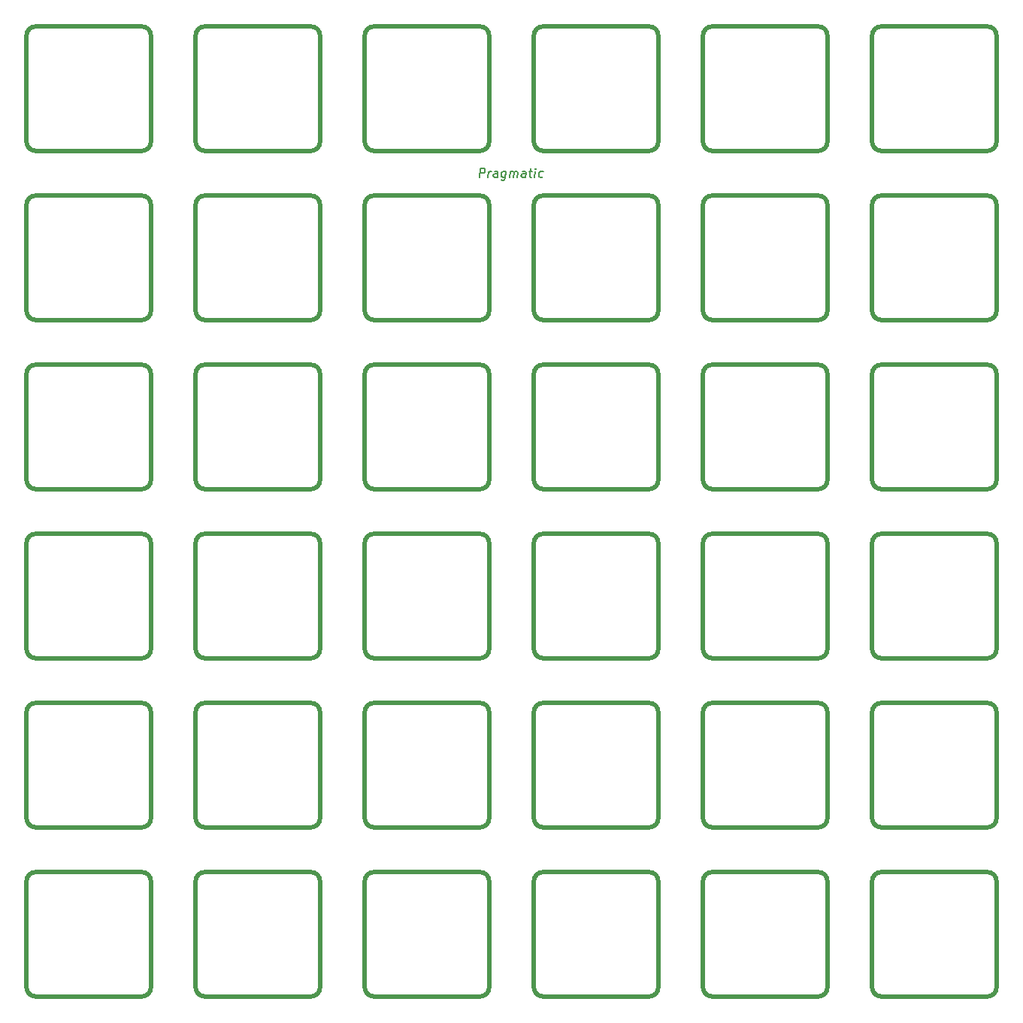
<source format=gtl>
%TF.GenerationSoftware,KiCad,Pcbnew,(6.0.1-0)*%
%TF.CreationDate,2022-02-06T13:55:36+08:00*%
%TF.ProjectId,Plate,506c6174-652e-46b6-9963-61645f706362,rev?*%
%TF.SameCoordinates,Original*%
%TF.FileFunction,Copper,L1,Top*%
%TF.FilePolarity,Positive*%
%FSLAX46Y46*%
G04 Gerber Fmt 4.6, Leading zero omitted, Abs format (unit mm)*
G04 Created by KiCad (PCBNEW (6.0.1-0)) date 2022-02-06 13:55:36*
%MOMM*%
%LPD*%
G01*
G04 APERTURE LIST*
%ADD10C,0.150000*%
%TA.AperFunction,NonConductor*%
%ADD11C,0.150000*%
%TD*%
%TA.AperFunction,EtchedComponent*%
%ADD12C,0.500000*%
%TD*%
G04 APERTURE END LIST*
D10*
D11*
X75732708Y-41727380D02*
X75857708Y-40727380D01*
X76238660Y-40727380D01*
X76327946Y-40775000D01*
X76369613Y-40822619D01*
X76405327Y-40917857D01*
X76387470Y-41060714D01*
X76327946Y-41155952D01*
X76274375Y-41203571D01*
X76173184Y-41251190D01*
X75792232Y-41251190D01*
X76732708Y-41727380D02*
X76816041Y-41060714D01*
X76792232Y-41251190D02*
X76851755Y-41155952D01*
X76905327Y-41108333D01*
X77006517Y-41060714D01*
X77101755Y-41060714D01*
X77780327Y-41727380D02*
X77845803Y-41203571D01*
X77810089Y-41108333D01*
X77720803Y-41060714D01*
X77530327Y-41060714D01*
X77429136Y-41108333D01*
X77786279Y-41679761D02*
X77685089Y-41727380D01*
X77446994Y-41727380D01*
X77357708Y-41679761D01*
X77321994Y-41584523D01*
X77333898Y-41489285D01*
X77393422Y-41394047D01*
X77494613Y-41346428D01*
X77732708Y-41346428D01*
X77833898Y-41298809D01*
X78768422Y-41060714D02*
X78667232Y-41870238D01*
X78607708Y-41965476D01*
X78554136Y-42013095D01*
X78452946Y-42060714D01*
X78310089Y-42060714D01*
X78220803Y-42013095D01*
X78691041Y-41679761D02*
X78589851Y-41727380D01*
X78399375Y-41727380D01*
X78310089Y-41679761D01*
X78268422Y-41632142D01*
X78232708Y-41536904D01*
X78268422Y-41251190D01*
X78327946Y-41155952D01*
X78381517Y-41108333D01*
X78482708Y-41060714D01*
X78673184Y-41060714D01*
X78762470Y-41108333D01*
X79161279Y-41727380D02*
X79244613Y-41060714D01*
X79232708Y-41155952D02*
X79286279Y-41108333D01*
X79387470Y-41060714D01*
X79530327Y-41060714D01*
X79619613Y-41108333D01*
X79655327Y-41203571D01*
X79589851Y-41727380D01*
X79655327Y-41203571D02*
X79714851Y-41108333D01*
X79816041Y-41060714D01*
X79958898Y-41060714D01*
X80048184Y-41108333D01*
X80083898Y-41203571D01*
X80018422Y-41727380D01*
X80923184Y-41727380D02*
X80988660Y-41203571D01*
X80952946Y-41108333D01*
X80863660Y-41060714D01*
X80673184Y-41060714D01*
X80571994Y-41108333D01*
X80929136Y-41679761D02*
X80827946Y-41727380D01*
X80589851Y-41727380D01*
X80500565Y-41679761D01*
X80464851Y-41584523D01*
X80476755Y-41489285D01*
X80536279Y-41394047D01*
X80637470Y-41346428D01*
X80875565Y-41346428D01*
X80976755Y-41298809D01*
X81339851Y-41060714D02*
X81720803Y-41060714D01*
X81524375Y-40727380D02*
X81417232Y-41584523D01*
X81452946Y-41679761D01*
X81542232Y-41727380D01*
X81637470Y-41727380D01*
X81970803Y-41727380D02*
X82054136Y-41060714D01*
X82095803Y-40727380D02*
X82042232Y-40775000D01*
X82083898Y-40822619D01*
X82137470Y-40775000D01*
X82095803Y-40727380D01*
X82083898Y-40822619D01*
X82881517Y-41679761D02*
X82780327Y-41727380D01*
X82589851Y-41727380D01*
X82500565Y-41679761D01*
X82458898Y-41632142D01*
X82423184Y-41536904D01*
X82458898Y-41251190D01*
X82518422Y-41155952D01*
X82571994Y-41108333D01*
X82673184Y-41060714D01*
X82863660Y-41060714D01*
X82952946Y-41108333D01*
D12*
%TO.C,REF\u002A\u002A27*%
X82900000Y-100950000D02*
X94900000Y-100950000D01*
X81900000Y-101950000D02*
X81900000Y-113950000D01*
X94900000Y-114950000D02*
X82900000Y-114950000D01*
X95900000Y-113950000D02*
X95900000Y-101950000D01*
X95900001Y-101949999D02*
G75*
G03*
X94900001Y-100949999I-1000003J-3D01*
G01*
X81899999Y-113950001D02*
G75*
G03*
X82899999Y-114950001I1000003J3D01*
G01*
X82900000Y-100950000D02*
G75*
G03*
X81900000Y-101950000I3J-1000003D01*
G01*
X94900001Y-114950001D02*
G75*
G03*
X95900001Y-113950001I-3J1000003D01*
G01*
%TO.C,REF\u002A\u002A19*%
X43800000Y-82900000D02*
X43800000Y-94900000D01*
X57800000Y-94900000D02*
X57800000Y-82900000D01*
X56800000Y-95900000D02*
X44800000Y-95900000D01*
X44800000Y-81900000D02*
X56800000Y-81900000D01*
X57800001Y-82899999D02*
G75*
G03*
X56800001Y-81899999I-1000003J-3D01*
G01*
X44800000Y-81900000D02*
G75*
G03*
X43800000Y-82900000I3J-1000003D01*
G01*
X56800001Y-95900001D02*
G75*
G03*
X57800001Y-94900001I-3J1000003D01*
G01*
X43799999Y-94900001D02*
G75*
G03*
X44799999Y-95900001I1000003J3D01*
G01*
%TO.C,REF\u002A\u002A10*%
X101950000Y-43800000D02*
X113950000Y-43800000D01*
X114950000Y-56800000D02*
X114950000Y-44800000D01*
X113950000Y-57800000D02*
X101950000Y-57800000D01*
X100950000Y-44800000D02*
X100950000Y-56800000D01*
X101950000Y-43800000D02*
G75*
G03*
X100950000Y-44800000I3J-1000003D01*
G01*
X113950001Y-57800001D02*
G75*
G03*
X114950001Y-56800001I-3J1000003D01*
G01*
X114950001Y-44799999D02*
G75*
G03*
X113950001Y-43799999I-1000003J-3D01*
G01*
X100949999Y-56800001D02*
G75*
G03*
X101949999Y-57800001I1000003J3D01*
G01*
%TO.C,REF\u002A\u002A2*%
X63850000Y-24750000D02*
X75850000Y-24750000D01*
X76850000Y-37750000D02*
X76850000Y-25750000D01*
X75850000Y-38750000D02*
X63850000Y-38750000D01*
X62850000Y-25750000D02*
X62850000Y-37750000D01*
X76850001Y-25749999D02*
G75*
G03*
X75850001Y-24749999I-1000003J-3D01*
G01*
X63850000Y-24750000D02*
G75*
G03*
X62850000Y-25750000I3J-1000003D01*
G01*
X75850001Y-38750001D02*
G75*
G03*
X76850001Y-37750001I-3J1000003D01*
G01*
X62849999Y-37750001D02*
G75*
G03*
X63849999Y-38750001I1000003J3D01*
G01*
%TO.C,REF\u002A\u002A3*%
X82900000Y-24750000D02*
X94900000Y-24750000D01*
X94900000Y-38750000D02*
X82900000Y-38750000D01*
X95900000Y-37750000D02*
X95900000Y-25750000D01*
X81900000Y-25750000D02*
X81900000Y-37750000D01*
X95900001Y-25749999D02*
G75*
G03*
X94900001Y-24749999I-1000003J-3D01*
G01*
X82900000Y-24750000D02*
G75*
G03*
X81900000Y-25750000I3J-1000003D01*
G01*
X81899999Y-37750001D02*
G75*
G03*
X82899999Y-38750001I1000003J3D01*
G01*
X94900001Y-38750001D02*
G75*
G03*
X95900001Y-37750001I-3J1000003D01*
G01*
%TO.C,REF\u002A\u002A13*%
X43800000Y-63850000D02*
X43800000Y-75850000D01*
X44800000Y-62850000D02*
X56800000Y-62850000D01*
X56800000Y-76850000D02*
X44800000Y-76850000D01*
X57800000Y-75850000D02*
X57800000Y-63850000D01*
X43799999Y-75850001D02*
G75*
G03*
X44799999Y-76850001I1000003J3D01*
G01*
X44800000Y-62850000D02*
G75*
G03*
X43800000Y-63850000I3J-1000003D01*
G01*
X57800001Y-63849999D02*
G75*
G03*
X56800001Y-62849999I-1000003J-3D01*
G01*
X56800001Y-76850001D02*
G75*
G03*
X57800001Y-75850001I-3J1000003D01*
G01*
%TO.C,REF\u002A\u002A23*%
X133000000Y-95900000D02*
X121000000Y-95900000D01*
X120000000Y-82900000D02*
X120000000Y-94900000D01*
X134000000Y-94900000D02*
X134000000Y-82900000D01*
X121000000Y-81900000D02*
X133000000Y-81900000D01*
X119999999Y-94900001D02*
G75*
G03*
X120999999Y-95900001I1000003J3D01*
G01*
X121000000Y-81900000D02*
G75*
G03*
X120000000Y-82900000I3J-1000003D01*
G01*
X133000001Y-95900001D02*
G75*
G03*
X134000001Y-94900001I-3J1000003D01*
G01*
X134000001Y-82899999D02*
G75*
G03*
X133000001Y-81899999I-1000003J-3D01*
G01*
%TO.C,REF\u002A\u002A6*%
X24750000Y-44800000D02*
X24750000Y-56800000D01*
X25750000Y-43800000D02*
X37750000Y-43800000D01*
X37750000Y-57800000D02*
X25750000Y-57800000D01*
X38750000Y-56800000D02*
X38750000Y-44800000D01*
X25750000Y-43800000D02*
G75*
G03*
X24750000Y-44800000I3J-1000003D01*
G01*
X38750001Y-44799999D02*
G75*
G03*
X37750001Y-43799999I-1000003J-3D01*
G01*
X37750001Y-57800001D02*
G75*
G03*
X38750001Y-56800001I-3J1000003D01*
G01*
X24749999Y-56800001D02*
G75*
G03*
X25749999Y-57800001I1000003J3D01*
G01*
%TO.C,REF\u002A\u002A35*%
X133000000Y-134000000D02*
X121000000Y-134000000D01*
X121000000Y-120000000D02*
X133000000Y-120000000D01*
X120000000Y-121000000D02*
X120000000Y-133000000D01*
X134000000Y-133000000D02*
X134000000Y-121000000D01*
X121000000Y-120000000D02*
G75*
G03*
X120000000Y-121000000I3J-1000003D01*
G01*
X133000001Y-134000001D02*
G75*
G03*
X134000001Y-133000001I-3J1000003D01*
G01*
X119999999Y-133000001D02*
G75*
G03*
X120999999Y-134000001I1000003J3D01*
G01*
X134000001Y-120999999D02*
G75*
G03*
X133000001Y-119999999I-1000003J-3D01*
G01*
%TO.C,REF\u002A\u002A26*%
X63850000Y-100950000D02*
X75850000Y-100950000D01*
X75850000Y-114950000D02*
X63850000Y-114950000D01*
X76850000Y-113950000D02*
X76850000Y-101950000D01*
X62850000Y-101950000D02*
X62850000Y-113950000D01*
X62849999Y-113950001D02*
G75*
G03*
X63849999Y-114950001I1000003J3D01*
G01*
X75850001Y-114950001D02*
G75*
G03*
X76850001Y-113950001I-3J1000003D01*
G01*
X76850001Y-101949999D02*
G75*
G03*
X75850001Y-100949999I-1000003J-3D01*
G01*
X63850000Y-100950000D02*
G75*
G03*
X62850000Y-101950000I3J-1000003D01*
G01*
%TO.C,REF\u002A\u002A22*%
X113950000Y-95900000D02*
X101950000Y-95900000D01*
X114950000Y-94900000D02*
X114950000Y-82900000D01*
X101950000Y-81900000D02*
X113950000Y-81900000D01*
X100950000Y-82900000D02*
X100950000Y-94900000D01*
X101950000Y-81900000D02*
G75*
G03*
X100950000Y-82900000I3J-1000003D01*
G01*
X100949999Y-94900001D02*
G75*
G03*
X101949999Y-95900001I1000003J3D01*
G01*
X113950001Y-95900001D02*
G75*
G03*
X114950001Y-94900001I-3J1000003D01*
G01*
X114950001Y-82899999D02*
G75*
G03*
X113950001Y-81899999I-1000003J-3D01*
G01*
%TO.C,REF\u002A\u002A31*%
X44800000Y-120000000D02*
X56800000Y-120000000D01*
X56800000Y-134000000D02*
X44800000Y-134000000D01*
X43800000Y-121000000D02*
X43800000Y-133000000D01*
X57800000Y-133000000D02*
X57800000Y-121000000D01*
X43799999Y-133000001D02*
G75*
G03*
X44799999Y-134000001I1000003J3D01*
G01*
X44800000Y-120000000D02*
G75*
G03*
X43800000Y-121000000I3J-1000003D01*
G01*
X56800001Y-134000001D02*
G75*
G03*
X57800001Y-133000001I-3J1000003D01*
G01*
X57800001Y-120999999D02*
G75*
G03*
X56800001Y-119999999I-1000003J-3D01*
G01*
%TO.C,REF\u002A\u002A17*%
X134000000Y-75850000D02*
X134000000Y-63850000D01*
X121000000Y-62850000D02*
X133000000Y-62850000D01*
X120000000Y-63850000D02*
X120000000Y-75850000D01*
X133000000Y-76850000D02*
X121000000Y-76850000D01*
X133000001Y-76850001D02*
G75*
G03*
X134000001Y-75850001I-3J1000003D01*
G01*
X121000000Y-62850000D02*
G75*
G03*
X120000000Y-63850000I3J-1000003D01*
G01*
X119999999Y-75850001D02*
G75*
G03*
X120999999Y-76850001I1000003J3D01*
G01*
X134000001Y-63849999D02*
G75*
G03*
X133000001Y-62849999I-1000003J-3D01*
G01*
%TO.C,REF\u002A\u002A28*%
X114950000Y-113950000D02*
X114950000Y-101950000D01*
X101950000Y-100950000D02*
X113950000Y-100950000D01*
X100950000Y-101950000D02*
X100950000Y-113950000D01*
X113950000Y-114950000D02*
X101950000Y-114950000D01*
X114950001Y-101949999D02*
G75*
G03*
X113950001Y-100949999I-1000003J-3D01*
G01*
X101950000Y-100950000D02*
G75*
G03*
X100950000Y-101950000I3J-1000003D01*
G01*
X100949999Y-113950001D02*
G75*
G03*
X101949999Y-114950001I1000003J3D01*
G01*
X113950001Y-114950001D02*
G75*
G03*
X114950001Y-113950001I-3J1000003D01*
G01*
%TO.C,REF\u002A\u002A8*%
X76850000Y-56800000D02*
X76850000Y-44800000D01*
X62850000Y-44800000D02*
X62850000Y-56800000D01*
X63850000Y-43800000D02*
X75850000Y-43800000D01*
X75850000Y-57800000D02*
X63850000Y-57800000D01*
X63850000Y-43800000D02*
G75*
G03*
X62850000Y-44800000I3J-1000003D01*
G01*
X62849999Y-56800001D02*
G75*
G03*
X63849999Y-57800001I1000003J3D01*
G01*
X76850001Y-44799999D02*
G75*
G03*
X75850001Y-43799999I-1000003J-3D01*
G01*
X75850001Y-57800001D02*
G75*
G03*
X76850001Y-56800001I-3J1000003D01*
G01*
%TO.C,REF\u002A\u002A4*%
X100950000Y-25750000D02*
X100950000Y-37750000D01*
X101950000Y-24750000D02*
X113950000Y-24750000D01*
X114950000Y-37750000D02*
X114950000Y-25750000D01*
X113950000Y-38750000D02*
X101950000Y-38750000D01*
X114950001Y-25749999D02*
G75*
G03*
X113950001Y-24749999I-1000003J-3D01*
G01*
X100949999Y-37750001D02*
G75*
G03*
X101949999Y-38750001I1000003J3D01*
G01*
X113950001Y-38750001D02*
G75*
G03*
X114950001Y-37750001I-3J1000003D01*
G01*
X101950000Y-24750000D02*
G75*
G03*
X100950000Y-25750000I3J-1000003D01*
G01*
%TO.C,REF\u002A\u002A20*%
X76850000Y-94900000D02*
X76850000Y-82900000D01*
X63850000Y-81900000D02*
X75850000Y-81900000D01*
X75850000Y-95900000D02*
X63850000Y-95900000D01*
X62850000Y-82900000D02*
X62850000Y-94900000D01*
X62849999Y-94900001D02*
G75*
G03*
X63849999Y-95900001I1000003J3D01*
G01*
X75850001Y-95900001D02*
G75*
G03*
X76850001Y-94900001I-3J1000003D01*
G01*
X63850000Y-81900000D02*
G75*
G03*
X62850000Y-82900000I3J-1000003D01*
G01*
X76850001Y-82899999D02*
G75*
G03*
X75850001Y-81899999I-1000003J-3D01*
G01*
%TO.C,REF\u002A\u002A33*%
X81900000Y-121000000D02*
X81900000Y-133000000D01*
X94900000Y-134000000D02*
X82900000Y-134000000D01*
X95900000Y-133000000D02*
X95900000Y-121000000D01*
X82900000Y-120000000D02*
X94900000Y-120000000D01*
X82900000Y-120000000D02*
G75*
G03*
X81900000Y-121000000I3J-1000003D01*
G01*
X95900001Y-120999999D02*
G75*
G03*
X94900001Y-119999999I-1000003J-3D01*
G01*
X81899999Y-133000001D02*
G75*
G03*
X82899999Y-134000001I1000003J3D01*
G01*
X94900001Y-134000001D02*
G75*
G03*
X95900001Y-133000001I-3J1000003D01*
G01*
%TO.C,REF\u002A\u002A32*%
X63850000Y-120000000D02*
X75850000Y-120000000D01*
X76850000Y-133000000D02*
X76850000Y-121000000D01*
X75850000Y-134000000D02*
X63850000Y-134000000D01*
X62850000Y-121000000D02*
X62850000Y-133000000D01*
X63850000Y-120000000D02*
G75*
G03*
X62850000Y-121000000I3J-1000003D01*
G01*
X75850001Y-134000001D02*
G75*
G03*
X76850001Y-133000001I-3J1000003D01*
G01*
X76850001Y-120999999D02*
G75*
G03*
X75850001Y-119999999I-1000003J-3D01*
G01*
X62849999Y-133000001D02*
G75*
G03*
X63849999Y-134000001I1000003J3D01*
G01*
%TO.C,REF\u002A\u002A29*%
X133000000Y-114950000D02*
X121000000Y-114950000D01*
X121000000Y-100950000D02*
X133000000Y-100950000D01*
X120000000Y-101950000D02*
X120000000Y-113950000D01*
X134000000Y-113950000D02*
X134000000Y-101950000D01*
X119999999Y-113950001D02*
G75*
G03*
X120999999Y-114950001I1000003J3D01*
G01*
X134000001Y-101949999D02*
G75*
G03*
X133000001Y-100949999I-1000003J-3D01*
G01*
X133000001Y-114950001D02*
G75*
G03*
X134000001Y-113950001I-3J1000003D01*
G01*
X121000000Y-100950000D02*
G75*
G03*
X120000000Y-101950000I3J-1000003D01*
G01*
%TO.C,REF\u002A\u002A34*%
X114950000Y-133000000D02*
X114950000Y-121000000D01*
X113950000Y-134000000D02*
X101950000Y-134000000D01*
X101950000Y-120000000D02*
X113950000Y-120000000D01*
X100950000Y-121000000D02*
X100950000Y-133000000D01*
X114950001Y-120999999D02*
G75*
G03*
X113950001Y-119999999I-1000003J-3D01*
G01*
X100949999Y-133000001D02*
G75*
G03*
X101949999Y-134000001I1000003J3D01*
G01*
X113950001Y-134000001D02*
G75*
G03*
X114950001Y-133000001I-3J1000003D01*
G01*
X101950000Y-120000000D02*
G75*
G03*
X100950000Y-121000000I3J-1000003D01*
G01*
%TO.C,REF\u002A\u002A5*%
X134000000Y-37750000D02*
X134000000Y-25750000D01*
X133000000Y-38750000D02*
X121000000Y-38750000D01*
X120000000Y-25750000D02*
X120000000Y-37750000D01*
X121000000Y-24750000D02*
X133000000Y-24750000D01*
X134000001Y-25749999D02*
G75*
G03*
X133000001Y-24749999I-1000003J-3D01*
G01*
X119999999Y-37750001D02*
G75*
G03*
X120999999Y-38750001I1000003J3D01*
G01*
X121000000Y-24750000D02*
G75*
G03*
X120000000Y-25750000I3J-1000003D01*
G01*
X133000001Y-38750001D02*
G75*
G03*
X134000001Y-37750001I-3J1000003D01*
G01*
%TO.C,REF\u002A\u002A30*%
X37750000Y-134000000D02*
X25750000Y-134000000D01*
X25750000Y-120000000D02*
X37750000Y-120000000D01*
X24750000Y-121000000D02*
X24750000Y-133000000D01*
X38750000Y-133000000D02*
X38750000Y-121000000D01*
X38750001Y-120999999D02*
G75*
G03*
X37750001Y-119999999I-1000003J-3D01*
G01*
X37750001Y-134000001D02*
G75*
G03*
X38750001Y-133000001I-3J1000003D01*
G01*
X24749999Y-133000001D02*
G75*
G03*
X25749999Y-134000001I1000003J3D01*
G01*
X25750000Y-120000000D02*
G75*
G03*
X24750000Y-121000000I3J-1000003D01*
G01*
%TO.C,REF\u002A\u002A16*%
X100950000Y-63850000D02*
X100950000Y-75850000D01*
X114950000Y-75850000D02*
X114950000Y-63850000D01*
X101950000Y-62850000D02*
X113950000Y-62850000D01*
X113950000Y-76850000D02*
X101950000Y-76850000D01*
X100949999Y-75850001D02*
G75*
G03*
X101949999Y-76850001I1000003J3D01*
G01*
X114950001Y-63849999D02*
G75*
G03*
X113950001Y-62849999I-1000003J-3D01*
G01*
X101950000Y-62850000D02*
G75*
G03*
X100950000Y-63850000I3J-1000003D01*
G01*
X113950001Y-76850001D02*
G75*
G03*
X114950001Y-75850001I-3J1000003D01*
G01*
%TO.C,REF\u002A\u002A12*%
X37750000Y-76850000D02*
X25750000Y-76850000D01*
X24750000Y-63850000D02*
X24750000Y-75850000D01*
X38750000Y-75850000D02*
X38750000Y-63850000D01*
X25750000Y-62850000D02*
X37750000Y-62850000D01*
X24749999Y-75850001D02*
G75*
G03*
X25749999Y-76850001I1000003J3D01*
G01*
X25750000Y-62850000D02*
G75*
G03*
X24750000Y-63850000I3J-1000003D01*
G01*
X37750001Y-76850001D02*
G75*
G03*
X38750001Y-75850001I-3J1000003D01*
G01*
X38750001Y-63849999D02*
G75*
G03*
X37750001Y-62849999I-1000003J-3D01*
G01*
%TO.C,REF\u002A\u002A15*%
X94900000Y-76850000D02*
X82900000Y-76850000D01*
X95900000Y-75850000D02*
X95900000Y-63850000D01*
X81900000Y-63850000D02*
X81900000Y-75850000D01*
X82900000Y-62850000D02*
X94900000Y-62850000D01*
X95900001Y-63849999D02*
G75*
G03*
X94900001Y-62849999I-1000003J-3D01*
G01*
X81899999Y-75850001D02*
G75*
G03*
X82899999Y-76850001I1000003J3D01*
G01*
X82900000Y-62850000D02*
G75*
G03*
X81900000Y-63850000I3J-1000003D01*
G01*
X94900001Y-76850001D02*
G75*
G03*
X95900001Y-75850001I-3J1000003D01*
G01*
%TO.C,REF\u002A\u002A11*%
X121000000Y-43800000D02*
X133000000Y-43800000D01*
X133000000Y-57800000D02*
X121000000Y-57800000D01*
X134000000Y-56800000D02*
X134000000Y-44800000D01*
X120000000Y-44800000D02*
X120000000Y-56800000D01*
X133000001Y-57800001D02*
G75*
G03*
X134000001Y-56800001I-3J1000003D01*
G01*
X121000000Y-43800000D02*
G75*
G03*
X120000000Y-44800000I3J-1000003D01*
G01*
X134000001Y-44799999D02*
G75*
G03*
X133000001Y-43799999I-1000003J-3D01*
G01*
X119999999Y-56800001D02*
G75*
G03*
X120999999Y-57800001I1000003J3D01*
G01*
%TO.C,REF\u002A\u002A14*%
X62850000Y-63850000D02*
X62850000Y-75850000D01*
X76850000Y-75850000D02*
X76850000Y-63850000D01*
X63850000Y-62850000D02*
X75850000Y-62850000D01*
X75850000Y-76850000D02*
X63850000Y-76850000D01*
X63850000Y-62850000D02*
G75*
G03*
X62850000Y-63850000I3J-1000003D01*
G01*
X76850001Y-63849999D02*
G75*
G03*
X75850001Y-62849999I-1000003J-3D01*
G01*
X75850001Y-76850001D02*
G75*
G03*
X76850001Y-75850001I-3J1000003D01*
G01*
X62849999Y-75850001D02*
G75*
G03*
X63849999Y-76850001I1000003J3D01*
G01*
%TO.C,REF\u002A\u002A7*%
X44800000Y-43800000D02*
X56800000Y-43800000D01*
X56800000Y-57800000D02*
X44800000Y-57800000D01*
X57800000Y-56800000D02*
X57800000Y-44800000D01*
X43800000Y-44800000D02*
X43800000Y-56800000D01*
X43799999Y-56800001D02*
G75*
G03*
X44799999Y-57800001I1000003J3D01*
G01*
X44800000Y-43800000D02*
G75*
G03*
X43800000Y-44800000I3J-1000003D01*
G01*
X57800001Y-44799999D02*
G75*
G03*
X56800001Y-43799999I-1000003J-3D01*
G01*
X56800001Y-57800001D02*
G75*
G03*
X57800001Y-56800001I-3J1000003D01*
G01*
%TO.C,REF\u002A\u002A21*%
X81900000Y-82900000D02*
X81900000Y-94900000D01*
X94900000Y-95900000D02*
X82900000Y-95900000D01*
X82900000Y-81900000D02*
X94900000Y-81900000D01*
X95900000Y-94900000D02*
X95900000Y-82900000D01*
X81899999Y-94900001D02*
G75*
G03*
X82899999Y-95900001I1000003J3D01*
G01*
X94900001Y-95900001D02*
G75*
G03*
X95900001Y-94900001I-3J1000003D01*
G01*
X82900000Y-81900000D02*
G75*
G03*
X81900000Y-82900000I3J-1000003D01*
G01*
X95900001Y-82899999D02*
G75*
G03*
X94900001Y-81899999I-1000003J-3D01*
G01*
%TO.C,REF\u002A\u002A9*%
X94900000Y-57800000D02*
X82900000Y-57800000D01*
X81900000Y-44800000D02*
X81900000Y-56800000D01*
X95900000Y-56800000D02*
X95900000Y-44800000D01*
X82900000Y-43800000D02*
X94900000Y-43800000D01*
X82900000Y-43800000D02*
G75*
G03*
X81900000Y-44800000I3J-1000003D01*
G01*
X94900001Y-57800001D02*
G75*
G03*
X95900001Y-56800001I-3J1000003D01*
G01*
X95900001Y-44799999D02*
G75*
G03*
X94900001Y-43799999I-1000003J-3D01*
G01*
X81899999Y-56800001D02*
G75*
G03*
X82899999Y-57800001I1000003J3D01*
G01*
%TO.C,REF\u002A\u002A1*%
X44800000Y-24750000D02*
X56800000Y-24750000D01*
X56800000Y-38750000D02*
X44800000Y-38750000D01*
X43800000Y-25750000D02*
X43800000Y-37750000D01*
X57800000Y-37750000D02*
X57800000Y-25750000D01*
X43799999Y-37750001D02*
G75*
G03*
X44799999Y-38750001I1000003J3D01*
G01*
X57800001Y-25749999D02*
G75*
G03*
X56800001Y-24749999I-1000003J-3D01*
G01*
X44800000Y-24750000D02*
G75*
G03*
X43800000Y-25750000I3J-1000003D01*
G01*
X56800001Y-38750001D02*
G75*
G03*
X57800001Y-37750001I-3J1000003D01*
G01*
%TO.C,REF\u002A\u002A*%
X24750000Y-25750000D02*
X24750000Y-37750000D01*
X37750000Y-38750000D02*
X25750000Y-38750000D01*
X38750000Y-37750000D02*
X38750000Y-25750000D01*
X25750000Y-24750000D02*
X37750000Y-24750000D01*
X24749999Y-37750001D02*
G75*
G03*
X25749999Y-38750001I1000003J3D01*
G01*
X37750001Y-38750001D02*
G75*
G03*
X38750001Y-37750001I-3J1000003D01*
G01*
X38750001Y-25749999D02*
G75*
G03*
X37750001Y-24749999I-1000003J-3D01*
G01*
X25750000Y-24750000D02*
G75*
G03*
X24750000Y-25750000I3J-1000003D01*
G01*
%TO.C,REF\u002A\u002A18*%
X37750000Y-95900000D02*
X25750000Y-95900000D01*
X25750000Y-81900000D02*
X37750000Y-81900000D01*
X38750000Y-94900000D02*
X38750000Y-82900000D01*
X24750000Y-82900000D02*
X24750000Y-94900000D01*
X24749999Y-94900001D02*
G75*
G03*
X25749999Y-95900001I1000003J3D01*
G01*
X38750001Y-82899999D02*
G75*
G03*
X37750001Y-81899999I-1000003J-3D01*
G01*
X25750000Y-81900000D02*
G75*
G03*
X24750000Y-82900000I3J-1000003D01*
G01*
X37750001Y-95900001D02*
G75*
G03*
X38750001Y-94900001I-3J1000003D01*
G01*
%TO.C,REF\u002A\u002A24*%
X37750000Y-114950000D02*
X25750000Y-114950000D01*
X24750000Y-101950000D02*
X24750000Y-113950000D01*
X38750000Y-113950000D02*
X38750000Y-101950000D01*
X25750000Y-100950000D02*
X37750000Y-100950000D01*
X24749999Y-113950001D02*
G75*
G03*
X25749999Y-114950001I1000003J3D01*
G01*
X37750001Y-114950001D02*
G75*
G03*
X38750001Y-113950001I-3J1000003D01*
G01*
X38750001Y-101949999D02*
G75*
G03*
X37750001Y-100949999I-1000003J-3D01*
G01*
X25750000Y-100950000D02*
G75*
G03*
X24750000Y-101950000I3J-1000003D01*
G01*
%TO.C,REF\u002A\u002A25*%
X56800000Y-114950000D02*
X44800000Y-114950000D01*
X57800000Y-113950000D02*
X57800000Y-101950000D01*
X43800000Y-101950000D02*
X43800000Y-113950000D01*
X44800000Y-100950000D02*
X56800000Y-100950000D01*
X44800000Y-100950000D02*
G75*
G03*
X43800000Y-101950000I3J-1000003D01*
G01*
X56800001Y-114950001D02*
G75*
G03*
X57800001Y-113950001I-3J1000003D01*
G01*
X57800001Y-101949999D02*
G75*
G03*
X56800001Y-100949999I-1000003J-3D01*
G01*
X43799999Y-113950001D02*
G75*
G03*
X44799999Y-114950001I1000003J3D01*
G01*
%TD*%
M02*

</source>
